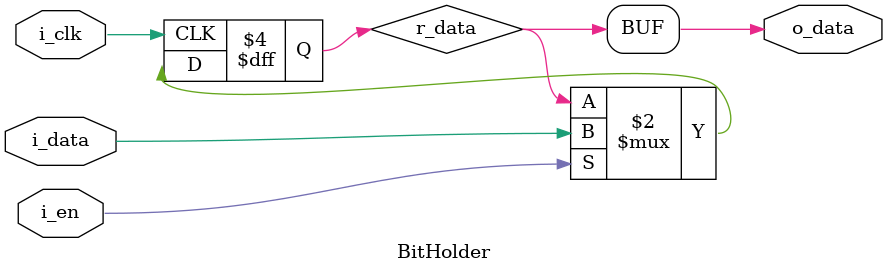
<source format=v>

module BitHolder(i_clk, i_en, i_data, o_data);

	input i_clk;
	input i_en;
	input i_data;

	output o_data;

	reg r_data;
	
	assign o_data = r_data;

	always @ (posedge i_clk) begin
		if (i_en) begin
			r_data <= i_data;
		end
	end

endmodule

</source>
